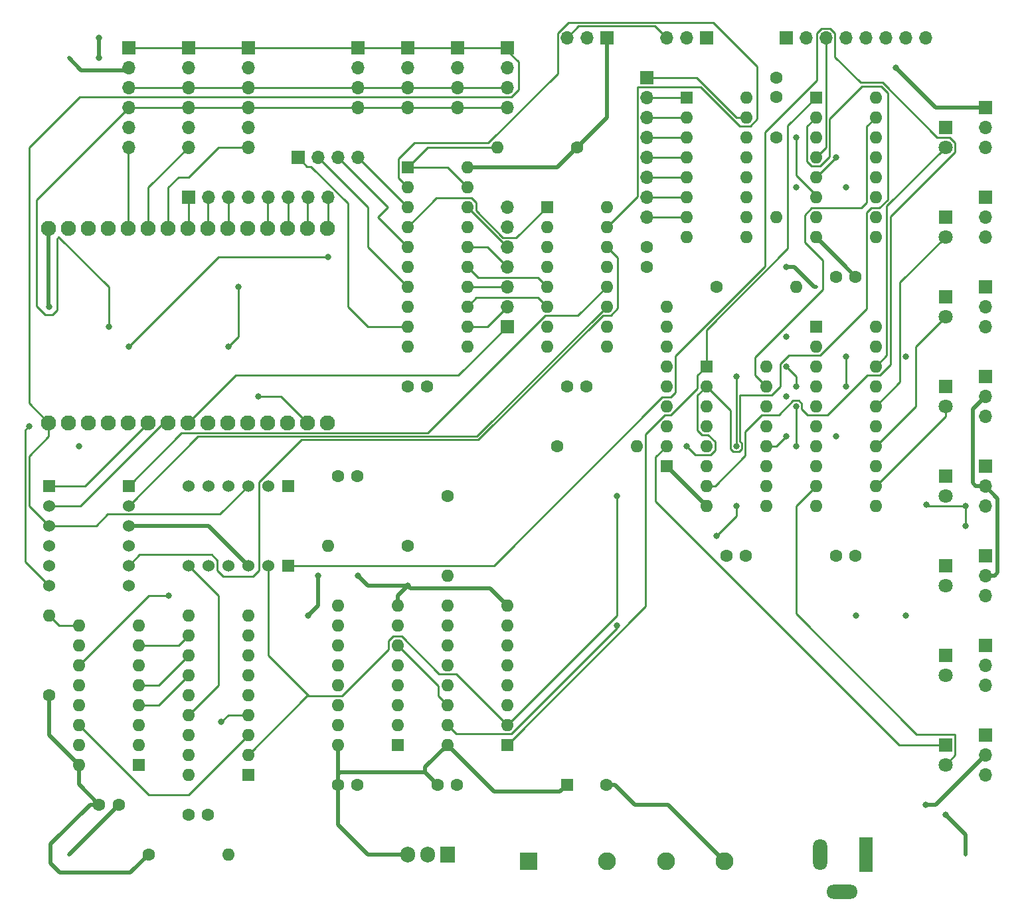
<source format=gbr>
%TF.GenerationSoftware,KiCad,Pcbnew,5.1.12-84ad8e8a86~92~ubuntu20.04.1*%
%TF.CreationDate,2021-11-23T15:55:34+01:00*%
%TF.ProjectId,ESP32wShiftRegisters,45535033-3277-4536-9869-667452656769,rev?*%
%TF.SameCoordinates,Original*%
%TF.FileFunction,Copper,L1,Top*%
%TF.FilePolarity,Positive*%
%FSLAX46Y46*%
G04 Gerber Fmt 4.6, Leading zero omitted, Abs format (unit mm)*
G04 Created by KiCad (PCBNEW 5.1.12-84ad8e8a86~92~ubuntu20.04.1) date 2021-11-23 15:55:34*
%MOMM*%
%LPD*%
G01*
G04 APERTURE LIST*
%TA.AperFunction,ComponentPad*%
%ADD10R,1.800000X4.400000*%
%TD*%
%TA.AperFunction,ComponentPad*%
%ADD11O,1.800000X4.000000*%
%TD*%
%TA.AperFunction,ComponentPad*%
%ADD12O,4.000000X1.800000*%
%TD*%
%TA.AperFunction,ComponentPad*%
%ADD13O,1.600000X1.600000*%
%TD*%
%TA.AperFunction,ComponentPad*%
%ADD14R,1.600000X1.600000*%
%TD*%
%TA.AperFunction,ComponentPad*%
%ADD15C,1.800000*%
%TD*%
%TA.AperFunction,ComponentPad*%
%ADD16R,1.800000X1.800000*%
%TD*%
%TA.AperFunction,ComponentPad*%
%ADD17O,1.905000X2.000000*%
%TD*%
%TA.AperFunction,ComponentPad*%
%ADD18R,1.905000X2.000000*%
%TD*%
%TA.AperFunction,ComponentPad*%
%ADD19C,1.524000*%
%TD*%
%TA.AperFunction,ComponentPad*%
%ADD20R,1.524000X1.524000*%
%TD*%
%TA.AperFunction,ComponentPad*%
%ADD21C,1.930400*%
%TD*%
%TA.AperFunction,ComponentPad*%
%ADD22C,1.600000*%
%TD*%
%TA.AperFunction,ComponentPad*%
%ADD23O,1.700000X1.700000*%
%TD*%
%TA.AperFunction,ComponentPad*%
%ADD24R,1.700000X1.700000*%
%TD*%
%TA.AperFunction,ComponentPad*%
%ADD25C,2.270000*%
%TD*%
%TA.AperFunction,ComponentPad*%
%ADD26R,2.270000X2.270000*%
%TD*%
%TA.AperFunction,ViaPad*%
%ADD27C,0.800000*%
%TD*%
%TA.AperFunction,Conductor*%
%ADD28C,0.500000*%
%TD*%
%TA.AperFunction,Conductor*%
%ADD29C,0.250000*%
%TD*%
G04 APERTURE END LIST*
D10*
%TO.P,J23,1*%
%TO.N,Net-(D9-Pad3)*%
X120650000Y-121920000D03*
D11*
%TO.P,J23,2*%
%TO.N,Net-(D9-Pad2)*%
X114850000Y-121920000D03*
D12*
%TO.P,J23,3*%
%TO.N,N/C*%
X117650000Y-126720000D03*
%TD*%
D13*
%TO.P,RN1,9*%
%TO.N,Net-(D1-Pad1)*%
X95250000Y-52070000D03*
%TO.P,RN1,8*%
%TO.N,Net-(D2-Pad1)*%
X95250000Y-54610000D03*
%TO.P,RN1,7*%
%TO.N,Net-(D3-Pad1)*%
X95250000Y-57150000D03*
%TO.P,RN1,6*%
%TO.N,Net-(D4-Pad1)*%
X95250000Y-59690000D03*
%TO.P,RN1,5*%
%TO.N,Net-(D5-Pad1)*%
X95250000Y-62230000D03*
%TO.P,RN1,4*%
%TO.N,Net-(D6-Pad1)*%
X95250000Y-64770000D03*
%TO.P,RN1,3*%
%TO.N,Net-(D7-Pad1)*%
X95250000Y-67310000D03*
%TO.P,RN1,2*%
%TO.N,Net-(D8-Pad1)*%
X95250000Y-69850000D03*
D14*
%TO.P,RN1,1*%
%TO.N,GND*%
X95250000Y-72390000D03*
%TD*%
D15*
%TO.P,D8,2*%
%TO.N,OUT_LED8*%
X130810000Y-110490000D03*
D16*
%TO.P,D8,1*%
%TO.N,Net-(D8-Pad1)*%
X130810000Y-107950000D03*
%TD*%
D15*
%TO.P,D7,2*%
%TO.N,OUT_LED7*%
X130810000Y-99060000D03*
D16*
%TO.P,D7,1*%
%TO.N,Net-(D7-Pad1)*%
X130810000Y-96520000D03*
%TD*%
D15*
%TO.P,D6,2*%
%TO.N,OUT_LED6*%
X130810000Y-87630000D03*
D16*
%TO.P,D6,1*%
%TO.N,Net-(D6-Pad1)*%
X130810000Y-85090000D03*
%TD*%
D15*
%TO.P,D5,2*%
%TO.N,OUT_LED5*%
X130810000Y-76200000D03*
D16*
%TO.P,D5,1*%
%TO.N,Net-(D5-Pad1)*%
X130810000Y-73660000D03*
%TD*%
D15*
%TO.P,D4,2*%
%TO.N,OUT_LED4*%
X130810000Y-64770000D03*
D16*
%TO.P,D4,1*%
%TO.N,Net-(D4-Pad1)*%
X130810000Y-62230000D03*
%TD*%
D15*
%TO.P,D3,2*%
%TO.N,OUT_LED3*%
X130810000Y-53340000D03*
D16*
%TO.P,D3,1*%
%TO.N,Net-(D3-Pad1)*%
X130810000Y-50800000D03*
%TD*%
D15*
%TO.P,D2,2*%
%TO.N,OUT_LED2*%
X130810000Y-43180000D03*
D16*
%TO.P,D2,1*%
%TO.N,Net-(D2-Pad1)*%
X130810000Y-40640000D03*
%TD*%
D15*
%TO.P,D1,2*%
%TO.N,OUT_LED1*%
X130810000Y-31750000D03*
D16*
%TO.P,D1,1*%
%TO.N,Net-(D1-Pad1)*%
X130810000Y-29210000D03*
%TD*%
D17*
%TO.P,U14,3*%
%TO.N,5V*%
X62230000Y-121920000D03*
%TO.P,U14,2*%
%TO.N,GND*%
X64770000Y-121920000D03*
D18*
%TO.P,U14,1*%
%TO.N,Net-(D9-Pad1)*%
X67310000Y-121920000D03*
%TD*%
D13*
%TO.P,U13,16*%
%TO.N,5V*%
X67310000Y-107950000D03*
%TO.P,U13,8*%
%TO.N,GND*%
X74930000Y-90170000D03*
%TO.P,U13,15*%
%TO.N,P2S_CE*%
X67310000Y-105410000D03*
%TO.P,U13,7*%
%TO.N,P2S_CASC1*%
X74930000Y-92710000D03*
%TO.P,U13,14*%
%TO.N,Net-(U13-Pad14)*%
X67310000Y-102870000D03*
%TO.P,U13,6*%
%TO.N,Net-(U13-Pad6)*%
X74930000Y-95250000D03*
%TO.P,U13,13*%
%TO.N,Net-(U13-Pad13)*%
X67310000Y-100330000D03*
%TO.P,U13,5*%
%TO.N,Net-(U13-Pad5)*%
X74930000Y-97790000D03*
%TO.P,U13,12*%
%TO.N,Net-(U13-Pad12)*%
X67310000Y-97790000D03*
%TO.P,U13,4*%
%TO.N,Net-(U13-Pad4)*%
X74930000Y-100330000D03*
%TO.P,U13,11*%
%TO.N,Net-(U13-Pad11)*%
X67310000Y-95250000D03*
%TO.P,U13,3*%
%TO.N,Net-(U13-Pad3)*%
X74930000Y-102870000D03*
%TO.P,U13,10*%
%TO.N,P2S_CASC2*%
X67310000Y-92710000D03*
%TO.P,U13,2*%
%TO.N,P2S_SCK*%
X74930000Y-105410000D03*
%TO.P,U13,9*%
%TO.N,N/C*%
X67310000Y-90170000D03*
D14*
%TO.P,U13,1*%
%TO.N,P2S_SHLD*%
X74930000Y-107950000D03*
%TD*%
D13*
%TO.P,U12,18*%
%TO.N,N/C*%
X34290000Y-111760000D03*
%TO.P,U12,9*%
X41910000Y-91440000D03*
%TO.P,U12,17*%
X34290000Y-109220000D03*
%TO.P,U12,8*%
%TO.N,GND*%
X41910000Y-93980000D03*
%TO.P,U12,16*%
%TO.N,5V*%
X34290000Y-106680000D03*
%TO.P,U12,7*%
%TO.N,P2S_CASC2*%
X41910000Y-96520000D03*
%TO.P,U12,15*%
%TO.N,P2S_CE*%
X34290000Y-104140000D03*
%TO.P,U12,6*%
%TO.N,Net-(U10-Pad1)*%
X41910000Y-99060000D03*
%TO.P,U12,14*%
%TO.N,Net-(U10-Pad6)*%
X34290000Y-101600000D03*
%TO.P,U12,5*%
%TO.N,Net-(U10-Pad15)*%
X41910000Y-101600000D03*
%TO.P,U12,13*%
%TO.N,Net-(U10-Pad4)*%
X34290000Y-99060000D03*
%TO.P,U12,4*%
%TO.N,Net-(U10-Pad13)*%
X41910000Y-104140000D03*
%TO.P,U12,12*%
%TO.N,Net-(U10-Pad5)*%
X34290000Y-96520000D03*
%TO.P,U12,3*%
%TO.N,Net-(U10-Pad14)*%
X41910000Y-106680000D03*
%TO.P,U12,11*%
%TO.N,Net-(U10-Pad7)*%
X34290000Y-93980000D03*
%TO.P,U12,2*%
%TO.N,P2S_SCK*%
X41910000Y-109220000D03*
%TO.P,U12,10*%
%TO.N,P2S_CASC3*%
X34290000Y-91440000D03*
D14*
%TO.P,U12,1*%
%TO.N,P2S_SHLD*%
X41910000Y-111760000D03*
%TD*%
D13*
%TO.P,U11,16*%
%TO.N,5V*%
X121920000Y-25400000D03*
%TO.P,U11,8*%
%TO.N,GND*%
X114300000Y-43180000D03*
%TO.P,U11,15*%
%TO.N,P2S_CE*%
X121920000Y-27940000D03*
%TO.P,U11,7*%
%TO.N,P2S_CASC3*%
X114300000Y-40640000D03*
%TO.P,U11,14*%
%TO.N,Net-(J3-Pad5)*%
X121920000Y-30480000D03*
%TO.P,U11,6*%
%TO.N,Net-(J3-Pad1)*%
X114300000Y-38100000D03*
%TO.P,U11,13*%
%TO.N,Net-(J3-Pad6)*%
X121920000Y-33020000D03*
%TO.P,U11,5*%
%TO.N,Net-(J3-Pad2)*%
X114300000Y-35560000D03*
%TO.P,U11,12*%
%TO.N,Net-(J3-Pad7)*%
X121920000Y-35560000D03*
%TO.P,U11,4*%
%TO.N,Net-(J3-Pad3)*%
X114300000Y-33020000D03*
%TO.P,U11,11*%
%TO.N,Net-(J3-Pad8)*%
X121920000Y-38100000D03*
%TO.P,U11,3*%
%TO.N,Net-(J3-Pad4)*%
X114300000Y-30480000D03*
%TO.P,U11,10*%
%TO.N,N/C*%
X121920000Y-40640000D03*
%TO.P,U11,2*%
%TO.N,P2S_SCK*%
X114300000Y-27940000D03*
%TO.P,U11,9*%
%TO.N,N/C*%
X121920000Y-43180000D03*
D14*
%TO.P,U11,1*%
%TO.N,P2S_SHLD*%
X114300000Y-25400000D03*
%TD*%
D13*
%TO.P,U10,16*%
%TO.N,5V*%
X20320000Y-110490000D03*
%TO.P,U10,8*%
%TO.N,GND*%
X27940000Y-92710000D03*
%TO.P,U10,15*%
%TO.N,Net-(U10-Pad15)*%
X20320000Y-107950000D03*
%TO.P,U10,7*%
%TO.N,Net-(U10-Pad7)*%
X27940000Y-95250000D03*
%TO.P,U10,14*%
%TO.N,Net-(U10-Pad14)*%
X20320000Y-105410000D03*
%TO.P,U10,6*%
%TO.N,Net-(U10-Pad6)*%
X27940000Y-97790000D03*
%TO.P,U10,13*%
%TO.N,Net-(U10-Pad13)*%
X20320000Y-102870000D03*
%TO.P,U10,5*%
%TO.N,Net-(U10-Pad5)*%
X27940000Y-100330000D03*
%TO.P,U10,12*%
%TO.N,CNT_RESET*%
X20320000Y-100330000D03*
%TO.P,U10,4*%
%TO.N,Net-(U10-Pad4)*%
X27940000Y-102870000D03*
%TO.P,U10,11*%
%TO.N,Net-(R7-Pad2)*%
X20320000Y-97790000D03*
%TO.P,U10,3*%
%TO.N,N/C*%
X27940000Y-105410000D03*
%TO.P,U10,10*%
X20320000Y-95250000D03*
%TO.P,U10,2*%
X27940000Y-107950000D03*
%TO.P,U10,9*%
%TO.N,Net-(R5-Pad2)*%
X20320000Y-92710000D03*
D14*
%TO.P,U10,1*%
%TO.N,Net-(U10-Pad1)*%
X27940000Y-110490000D03*
%TD*%
D13*
%TO.P,U9,16*%
%TO.N,5V*%
X53340000Y-107950000D03*
%TO.P,U9,8*%
%TO.N,GND*%
X60960000Y-90170000D03*
%TO.P,U9,15*%
%TO.N,Net-(U13-Pad5)*%
X53340000Y-105410000D03*
%TO.P,U9,7*%
%TO.N,Net-(U13-Pad11)*%
X60960000Y-92710000D03*
%TO.P,U9,14*%
%TO.N,Net-(U13-Pad3)*%
X53340000Y-102870000D03*
%TO.P,U9,6*%
%TO.N,Net-(U13-Pad14)*%
X60960000Y-95250000D03*
%TO.P,U9,13*%
%TO.N,Net-(U13-Pad4)*%
X53340000Y-100330000D03*
%TO.P,U9,5*%
%TO.N,Net-(U13-Pad12)*%
X60960000Y-97790000D03*
%TO.P,U9,12*%
%TO.N,CNT_RESET*%
X53340000Y-97790000D03*
%TO.P,U9,4*%
%TO.N,Net-(U13-Pad13)*%
X60960000Y-100330000D03*
%TO.P,U9,11*%
%TO.N,Net-(R8-Pad2)*%
X53340000Y-95250000D03*
%TO.P,U9,3*%
%TO.N,N/C*%
X60960000Y-102870000D03*
%TO.P,U9,10*%
X53340000Y-92710000D03*
%TO.P,U9,2*%
X60960000Y-105410000D03*
%TO.P,U9,9*%
%TO.N,Net-(R6-Pad2)*%
X53340000Y-90170000D03*
D14*
%TO.P,U9,1*%
%TO.N,Net-(U13-Pad6)*%
X60960000Y-107950000D03*
%TD*%
D13*
%TO.P,U8,16*%
%TO.N,5V*%
X107950000Y-59690000D03*
%TO.P,U8,8*%
%TO.N,GND*%
X100330000Y-77470000D03*
%TO.P,U8,15*%
%TO.N,P2S_CE*%
X107950000Y-62230000D03*
%TO.P,U8,7*%
%TO.N,P2S_SDA*%
X100330000Y-74930000D03*
%TO.P,U8,14*%
%TO.N,D3*%
X107950000Y-64770000D03*
%TO.P,U8,6*%
%TO.N,D7*%
X100330000Y-72390000D03*
%TO.P,U8,13*%
%TO.N,D2*%
X107950000Y-67310000D03*
%TO.P,U8,5*%
%TO.N,D6*%
X100330000Y-69850000D03*
%TO.P,U8,12*%
%TO.N,D1*%
X107950000Y-69850000D03*
%TO.P,U8,4*%
%TO.N,D5*%
X100330000Y-67310000D03*
%TO.P,U8,11*%
%TO.N,D0*%
X107950000Y-72390000D03*
%TO.P,U8,3*%
%TO.N,D4*%
X100330000Y-64770000D03*
%TO.P,U8,10*%
%TO.N,P2S_CASC1*%
X107950000Y-74930000D03*
%TO.P,U8,2*%
%TO.N,P2S_SCK*%
X100330000Y-62230000D03*
%TO.P,U8,9*%
%TO.N,N/C*%
X107950000Y-77470000D03*
D14*
%TO.P,U8,1*%
%TO.N,P2S_SHLD*%
X100330000Y-59690000D03*
%TD*%
D19*
%TO.P,U7,HV4*%
%TO.N,CNT_RESET*%
X26670000Y-87630000D03*
%TO.P,U7,HV3*%
%TO.N,S2P_SDA*%
X26670000Y-85090000D03*
%TO.P,U7,GND_1*%
%TO.N,GND*%
X26670000Y-82550000D03*
%TO.P,U7,HV*%
%TO.N,5V*%
X26670000Y-80010000D03*
%TO.P,U7,HV2*%
%TO.N,S2P_SCL*%
X26670000Y-77470000D03*
D20*
%TO.P,U7,HV1*%
%TO.N,S2P_LATCH*%
X26670000Y-74930000D03*
D19*
%TO.P,U7,LV4*%
%TO.N,3VCNT_RESET*%
X16510000Y-87630000D03*
%TO.P,U7,LV3*%
%TO.N,3VS2P_SDA*%
X16510000Y-85090000D03*
%TO.P,U7,GND_2*%
%TO.N,GND*%
X16510000Y-82550000D03*
%TO.P,U7,LV*%
%TO.N,+3V*%
X16510000Y-80010000D03*
%TO.P,U7,LV2*%
%TO.N,3VS2P_SCL*%
X16510000Y-77470000D03*
D20*
%TO.P,U7,LV1*%
%TO.N,3VS2P_LATCH*%
X16510000Y-74930000D03*
%TD*%
D19*
%TO.P,U6,HV4*%
%TO.N,P2S_CE*%
X34290000Y-85090000D03*
%TO.P,U6,HV3*%
%TO.N,P2S_SHLD*%
X36830000Y-85090000D03*
%TO.P,U6,GND_1*%
%TO.N,GND*%
X39370000Y-85090000D03*
%TO.P,U6,HV*%
%TO.N,5V*%
X41910000Y-85090000D03*
%TO.P,U6,HV2*%
%TO.N,P2S_SCK*%
X44450000Y-85090000D03*
D20*
%TO.P,U6,HV1*%
%TO.N,P2S_SDA*%
X46990000Y-85090000D03*
D19*
%TO.P,U6,LV4*%
%TO.N,3VP2S_CE*%
X34290000Y-74930000D03*
%TO.P,U6,LV3*%
%TO.N,3VP2S_SHLD*%
X36830000Y-74930000D03*
%TO.P,U6,GND_2*%
%TO.N,GND*%
X39370000Y-74930000D03*
%TO.P,U6,LV*%
%TO.N,+3V*%
X41910000Y-74930000D03*
%TO.P,U6,LV2*%
%TO.N,3VP2S_SCK*%
X44450000Y-74930000D03*
D20*
%TO.P,U6,LV1*%
%TO.N,3VP2S_SDA*%
X46990000Y-74930000D03*
%TD*%
D21*
%TO.P,U5,16*%
%TO.N,EN*%
X52060000Y-42110000D03*
%TO.P,U5,17*%
%TO.N,VP*%
X49520000Y-42110000D03*
%TO.P,U5,18*%
%TO.N,VN*%
X46980000Y-42110000D03*
%TO.P,U5,19*%
%TO.N,IO34*%
X44440000Y-42110000D03*
%TO.P,U5,20*%
%TO.N,IO35*%
X41900000Y-42110000D03*
%TO.P,U5,21*%
%TO.N,IO32*%
X39360000Y-42110000D03*
%TO.P,U5,22*%
%TO.N,IO33*%
X36820000Y-42110000D03*
%TO.P,U5,23*%
%TO.N,IO25*%
X34280000Y-42110000D03*
%TO.P,U5,24*%
%TO.N,XSHUT3*%
X31740000Y-42110000D03*
%TO.P,U5,25*%
%TO.N,XSHUT2*%
X29200000Y-42110000D03*
%TO.P,U5,26*%
%TO.N,XSHUT1*%
X26660000Y-42110000D03*
%TO.P,U5,27*%
%TO.N,N/C*%
X24120000Y-42110000D03*
%TO.P,U5,28*%
%TO.N,3VCNT_RESET*%
X21580000Y-42110000D03*
%TO.P,U5,29*%
%TO.N,GND*%
X19040000Y-42110000D03*
%TO.P,U5,30*%
%TO.N,5V*%
X16500000Y-42110000D03*
%TO.P,U5,15*%
%TO.N,3VP2S_SDA*%
X52060000Y-66880000D03*
%TO.P,U5,14*%
%TO.N,I2C_SCL*%
X49520000Y-66880000D03*
%TO.P,U5,13*%
%TO.N,N/C*%
X46980000Y-66880000D03*
%TO.P,U5,12*%
%TO.N,3VP2S_SCK*%
X44440000Y-66880000D03*
%TO.P,U5,11*%
%TO.N,I2C_SDA*%
X41900000Y-66880000D03*
%TO.P,U5,10*%
%TO.N,3VP2S_SHLD*%
X39360000Y-66880000D03*
%TO.P,U5,9*%
%TO.N,3VP2S_CE*%
X36820000Y-66880000D03*
%TO.P,U5,8*%
%TO.N,M_PWMB*%
X34280000Y-66880000D03*
%TO.P,U5,7*%
%TO.N,3VS2P_SCL*%
X31740000Y-66880000D03*
%TO.P,U5,6*%
%TO.N,3VS2P_LATCH*%
X29200000Y-66880000D03*
%TO.P,U5,5*%
%TO.N,3VS2P_SDA*%
X26660000Y-66880000D03*
%TO.P,U5,4*%
%TO.N,N/C*%
X24120000Y-66880000D03*
%TO.P,U5,3*%
%TO.N,M_PWMA*%
X21580000Y-66880000D03*
%TO.P,U5,2*%
%TO.N,GND*%
X19040000Y-66880000D03*
%TO.P,U5,1*%
%TO.N,+3V*%
X16500000Y-66880000D03*
%TD*%
D13*
%TO.P,U4,20*%
%TO.N,5V*%
X69850000Y-34290000D03*
%TO.P,U4,10*%
%TO.N,GND*%
X62230000Y-57150000D03*
%TO.P,U4,19*%
%TO.N,Net-(R4-Pad2)*%
X69850000Y-36830000D03*
%TO.P,U4,9*%
%TO.N,Net-(J2-Pad1)*%
X62230000Y-54610000D03*
%TO.P,U4,18*%
%TO.N,IN1*%
X69850000Y-39370000D03*
%TO.P,U4,8*%
%TO.N,595_OUT3*%
X62230000Y-52070000D03*
%TO.P,U4,17*%
%TO.N,595_OUT4*%
X69850000Y-41910000D03*
%TO.P,U4,7*%
%TO.N,Net-(J2-Pad2)*%
X62230000Y-49530000D03*
%TO.P,U4,16*%
%TO.N,IN2*%
X69850000Y-44450000D03*
%TO.P,U4,6*%
%TO.N,595_OUT2*%
X62230000Y-46990000D03*
%TO.P,U4,15*%
%TO.N,595_OUT5*%
X69850000Y-46990000D03*
%TO.P,U4,5*%
%TO.N,Net-(J2-Pad3)*%
X62230000Y-44450000D03*
%TO.P,U4,14*%
%TO.N,IN3*%
X69850000Y-49530000D03*
%TO.P,U4,4*%
%TO.N,595_OUT1*%
X62230000Y-41910000D03*
%TO.P,U4,13*%
%TO.N,595_OUT6*%
X69850000Y-52070000D03*
%TO.P,U4,3*%
%TO.N,Net-(J2-Pad4)*%
X62230000Y-39370000D03*
%TO.P,U4,12*%
%TO.N,IN4*%
X69850000Y-54610000D03*
%TO.P,U4,2*%
%TO.N,595_OUT0*%
X62230000Y-36830000D03*
%TO.P,U4,11*%
%TO.N,595_OUT7*%
X69850000Y-57150000D03*
D14*
%TO.P,U4,1*%
%TO.N,Net-(R4-Pad2)*%
X62230000Y-34290000D03*
%TD*%
D13*
%TO.P,U3,20*%
%TO.N,5V*%
X121920000Y-54610000D03*
%TO.P,U3,10*%
%TO.N,GND*%
X114300000Y-77470000D03*
%TO.P,U3,19*%
%TO.N,Net-(R1-Pad2)*%
X121920000Y-57150000D03*
%TO.P,U3,9*%
%TO.N,OUT_LED8*%
X114300000Y-74930000D03*
%TO.P,U3,18*%
%TO.N,OUT_LED1*%
X121920000Y-59690000D03*
%TO.P,U3,8*%
%TO.N,D3*%
X114300000Y-72390000D03*
%TO.P,U3,17*%
%TO.N,D4*%
X121920000Y-62230000D03*
%TO.P,U3,7*%
%TO.N,OUT_LED7*%
X114300000Y-69850000D03*
%TO.P,U3,16*%
%TO.N,OUT_LED2*%
X121920000Y-64770000D03*
%TO.P,U3,6*%
%TO.N,D2*%
X114300000Y-67310000D03*
%TO.P,U3,15*%
%TO.N,D5*%
X121920000Y-67310000D03*
%TO.P,U3,5*%
%TO.N,OUT_LED6*%
X114300000Y-64770000D03*
%TO.P,U3,14*%
%TO.N,OUT_LED3*%
X121920000Y-69850000D03*
%TO.P,U3,4*%
%TO.N,D1*%
X114300000Y-62230000D03*
%TO.P,U3,13*%
%TO.N,D6*%
X121920000Y-72390000D03*
%TO.P,U3,3*%
%TO.N,OUT_LED5*%
X114300000Y-59690000D03*
%TO.P,U3,12*%
%TO.N,OUT_LED4*%
X121920000Y-74930000D03*
%TO.P,U3,2*%
%TO.N,D0*%
X114300000Y-57150000D03*
%TO.P,U3,11*%
%TO.N,D7*%
X121920000Y-77470000D03*
D14*
%TO.P,U3,1*%
%TO.N,Net-(R1-Pad2)*%
X114300000Y-54610000D03*
%TD*%
D13*
%TO.P,U2,16*%
%TO.N,5V*%
X87630000Y-39370000D03*
%TO.P,U2,8*%
%TO.N,GND*%
X80010000Y-57150000D03*
%TO.P,U2,15*%
%TO.N,595_OUT0*%
X87630000Y-41910000D03*
%TO.P,U2,7*%
%TO.N,595_OUT7*%
X80010000Y-54610000D03*
%TO.P,U2,14*%
%TO.N,S2P_SDA*%
X87630000Y-44450000D03*
%TO.P,U2,6*%
%TO.N,595_OUT6*%
X80010000Y-52070000D03*
%TO.P,U2,13*%
%TO.N,GND*%
X87630000Y-46990000D03*
%TO.P,U2,5*%
%TO.N,595_OUT5*%
X80010000Y-49530000D03*
%TO.P,U2,12*%
%TO.N,S2P_LATCH*%
X87630000Y-49530000D03*
%TO.P,U2,4*%
%TO.N,595_OUT4*%
X80010000Y-46990000D03*
%TO.P,U2,11*%
%TO.N,S2P_SCL*%
X87630000Y-52070000D03*
%TO.P,U2,3*%
%TO.N,595_OUT3*%
X80010000Y-44450000D03*
%TO.P,U2,10*%
%TO.N,Net-(R2-Pad2)*%
X87630000Y-54610000D03*
%TO.P,U2,2*%
%TO.N,595_OUT2*%
X80010000Y-41910000D03*
%TO.P,U2,9*%
%TO.N,Net-(U1-Pad14)*%
X87630000Y-57150000D03*
D14*
%TO.P,U2,1*%
%TO.N,595_OUT1*%
X80010000Y-39370000D03*
%TD*%
D13*
%TO.P,U1,16*%
%TO.N,5V*%
X105410000Y-25400000D03*
%TO.P,U1,8*%
%TO.N,GND*%
X97790000Y-43180000D03*
%TO.P,U1,15*%
%TO.N,Net-(J1-Pad1)*%
X105410000Y-27940000D03*
%TO.P,U1,7*%
%TO.N,Net-(J1-Pad8)*%
X97790000Y-40640000D03*
%TO.P,U1,14*%
%TO.N,Net-(U1-Pad14)*%
X105410000Y-30480000D03*
%TO.P,U1,6*%
%TO.N,Net-(J1-Pad7)*%
X97790000Y-38100000D03*
%TO.P,U1,13*%
%TO.N,GND*%
X105410000Y-33020000D03*
%TO.P,U1,5*%
%TO.N,Net-(J1-Pad6)*%
X97790000Y-35560000D03*
%TO.P,U1,12*%
%TO.N,S2P_LATCH*%
X105410000Y-35560000D03*
%TO.P,U1,4*%
%TO.N,Net-(J1-Pad5)*%
X97790000Y-33020000D03*
%TO.P,U1,11*%
%TO.N,S2P_SCL*%
X105410000Y-38100000D03*
%TO.P,U1,3*%
%TO.N,Net-(J1-Pad4)*%
X97790000Y-30480000D03*
%TO.P,U1,10*%
%TO.N,Net-(R3-Pad2)*%
X105410000Y-40640000D03*
%TO.P,U1,2*%
%TO.N,Net-(J1-Pad3)*%
X97790000Y-27940000D03*
%TO.P,U1,9*%
%TO.N,N/C*%
X105410000Y-43180000D03*
D14*
%TO.P,U1,1*%
%TO.N,Net-(J1-Pad2)*%
X97790000Y-25400000D03*
%TD*%
D13*
%TO.P,R8,2*%
%TO.N,Net-(R8-Pad2)*%
X67310000Y-86360000D03*
D22*
%TO.P,R8,1*%
%TO.N,CNT1_IN*%
X67310000Y-76200000D03*
%TD*%
D13*
%TO.P,R7,2*%
%TO.N,Net-(R7-Pad2)*%
X52070000Y-82550000D03*
D22*
%TO.P,R7,1*%
%TO.N,CNT1_IN*%
X62230000Y-82550000D03*
%TD*%
D13*
%TO.P,R6,2*%
%TO.N,Net-(R6-Pad2)*%
X39370000Y-121920000D03*
D22*
%TO.P,R6,1*%
%TO.N,5V*%
X29210000Y-121920000D03*
%TD*%
D13*
%TO.P,R5,2*%
%TO.N,Net-(R5-Pad2)*%
X16510000Y-91440000D03*
D22*
%TO.P,R5,1*%
%TO.N,5V*%
X16510000Y-101600000D03*
%TD*%
D13*
%TO.P,R4,2*%
%TO.N,Net-(R4-Pad2)*%
X73660000Y-31750000D03*
D22*
%TO.P,R4,1*%
%TO.N,5V*%
X83820000Y-31750000D03*
%TD*%
D13*
%TO.P,R3,2*%
%TO.N,Net-(R3-Pad2)*%
X109220000Y-40640000D03*
D22*
%TO.P,R3,1*%
%TO.N,5V*%
X109220000Y-30480000D03*
%TD*%
D13*
%TO.P,R2,2*%
%TO.N,Net-(R2-Pad2)*%
X91440000Y-69850000D03*
D22*
%TO.P,R2,1*%
%TO.N,5V*%
X81280000Y-69850000D03*
%TD*%
D13*
%TO.P,R1,2*%
%TO.N,Net-(R1-Pad2)*%
X111760000Y-49530000D03*
D22*
%TO.P,R1,1*%
%TO.N,5V*%
X101600000Y-49530000D03*
%TD*%
D23*
%TO.P,J22,3*%
%TO.N,CNT1_IN*%
X82550000Y-17780000D03*
%TO.P,J22,2*%
%TO.N,GND*%
X85090000Y-17780000D03*
D24*
%TO.P,J22,1*%
%TO.N,5V*%
X87630000Y-17780000D03*
%TD*%
D23*
%TO.P,J21,3*%
%TO.N,CNT1_IN*%
X95250000Y-17780000D03*
%TO.P,J21,2*%
%TO.N,GND*%
X97790000Y-17780000D03*
D24*
%TO.P,J21,1*%
%TO.N,5V*%
X100330000Y-17780000D03*
%TD*%
D23*
%TO.P,J20,3*%
%TO.N,D7*%
X135890000Y-111760000D03*
%TO.P,J20,2*%
%TO.N,GND*%
X135890000Y-109220000D03*
D24*
%TO.P,J20,1*%
%TO.N,5V*%
X135890000Y-106680000D03*
%TD*%
D23*
%TO.P,J19,4*%
%TO.N,I2C_SDA*%
X55880000Y-26670000D03*
%TO.P,J19,3*%
%TO.N,I2C_SCL*%
X55880000Y-24130000D03*
%TO.P,J19,2*%
%TO.N,GND*%
X55880000Y-21590000D03*
D24*
%TO.P,J19,1*%
%TO.N,+3V*%
X55880000Y-19050000D03*
%TD*%
D23*
%TO.P,J18,3*%
%TO.N,D6*%
X135890000Y-100330000D03*
%TO.P,J18,2*%
%TO.N,GND*%
X135890000Y-97790000D03*
D24*
%TO.P,J18,1*%
%TO.N,5V*%
X135890000Y-95250000D03*
%TD*%
D23*
%TO.P,J17,8*%
%TO.N,EN*%
X52070000Y-38100000D03*
%TO.P,J17,7*%
%TO.N,VP*%
X49530000Y-38100000D03*
%TO.P,J17,6*%
%TO.N,VN*%
X46990000Y-38100000D03*
%TO.P,J17,5*%
%TO.N,IO34*%
X44450000Y-38100000D03*
%TO.P,J17,4*%
%TO.N,IO35*%
X41910000Y-38100000D03*
%TO.P,J17,3*%
%TO.N,IO32*%
X39370000Y-38100000D03*
%TO.P,J17,2*%
%TO.N,IO33*%
X36830000Y-38100000D03*
D24*
%TO.P,J17,1*%
%TO.N,IO25*%
X34290000Y-38100000D03*
%TD*%
D23*
%TO.P,J16,6*%
%TO.N,XSHUT3*%
X41910000Y-31750000D03*
%TO.P,J16,5*%
%TO.N,N/C*%
X41910000Y-29210000D03*
%TO.P,J16,4*%
%TO.N,I2C_SDA*%
X41910000Y-26670000D03*
%TO.P,J16,3*%
%TO.N,I2C_SCL*%
X41910000Y-24130000D03*
%TO.P,J16,2*%
%TO.N,GND*%
X41910000Y-21590000D03*
D24*
%TO.P,J16,1*%
%TO.N,+3V*%
X41910000Y-19050000D03*
%TD*%
D23*
%TO.P,J15,7*%
%TO.N,GND*%
X74930000Y-39370000D03*
%TO.P,J15,6*%
%TO.N,M_PWMA*%
X74930000Y-41910000D03*
%TO.P,J15,5*%
%TO.N,IN1*%
X74930000Y-44450000D03*
%TO.P,J15,4*%
%TO.N,IN2*%
X74930000Y-46990000D03*
%TO.P,J15,3*%
%TO.N,IN3*%
X74930000Y-49530000D03*
%TO.P,J15,2*%
%TO.N,IN4*%
X74930000Y-52070000D03*
D24*
%TO.P,J15,1*%
%TO.N,M_PWMB*%
X74930000Y-54610000D03*
%TD*%
D23*
%TO.P,J14,4*%
%TO.N,I2C_SDA*%
X62230000Y-26670000D03*
%TO.P,J14,3*%
%TO.N,I2C_SCL*%
X62230000Y-24130000D03*
%TO.P,J14,2*%
%TO.N,GND*%
X62230000Y-21590000D03*
D24*
%TO.P,J14,1*%
%TO.N,+3V*%
X62230000Y-19050000D03*
%TD*%
D23*
%TO.P,J13,3*%
%TO.N,D5*%
X135890000Y-88900000D03*
%TO.P,J13,2*%
%TO.N,GND*%
X135890000Y-86360000D03*
D24*
%TO.P,J13,1*%
%TO.N,5V*%
X135890000Y-83820000D03*
%TD*%
D23*
%TO.P,J12,6*%
%TO.N,XSHUT2*%
X34290000Y-31750000D03*
%TO.P,J12,5*%
%TO.N,N/C*%
X34290000Y-29210000D03*
%TO.P,J12,4*%
%TO.N,I2C_SDA*%
X34290000Y-26670000D03*
%TO.P,J12,3*%
%TO.N,I2C_SCL*%
X34290000Y-24130000D03*
%TO.P,J12,2*%
%TO.N,GND*%
X34290000Y-21590000D03*
D24*
%TO.P,J12,1*%
%TO.N,+3V*%
X34290000Y-19050000D03*
%TD*%
D23*
%TO.P,J11,4*%
%TO.N,I2C_SDA*%
X74930000Y-26670000D03*
%TO.P,J11,3*%
%TO.N,I2C_SCL*%
X74930000Y-24130000D03*
%TO.P,J11,2*%
%TO.N,GND*%
X74930000Y-21590000D03*
D24*
%TO.P,J11,1*%
%TO.N,+3V*%
X74930000Y-19050000D03*
%TD*%
D23*
%TO.P,J10,3*%
%TO.N,D4*%
X135890000Y-77470000D03*
%TO.P,J10,2*%
%TO.N,GND*%
X135890000Y-74930000D03*
D24*
%TO.P,J10,1*%
%TO.N,5V*%
X135890000Y-72390000D03*
%TD*%
D23*
%TO.P,J9,3*%
%TO.N,D3*%
X135890000Y-66040000D03*
%TO.P,J9,2*%
%TO.N,GND*%
X135890000Y-63500000D03*
D24*
%TO.P,J9,1*%
%TO.N,5V*%
X135890000Y-60960000D03*
%TD*%
D23*
%TO.P,J8,6*%
%TO.N,XSHUT1*%
X26670000Y-31750000D03*
%TO.P,J8,5*%
%TO.N,N/C*%
X26670000Y-29210000D03*
%TO.P,J8,4*%
%TO.N,I2C_SDA*%
X26670000Y-26670000D03*
%TO.P,J8,3*%
%TO.N,I2C_SCL*%
X26670000Y-24130000D03*
%TO.P,J8,2*%
%TO.N,GND*%
X26670000Y-21590000D03*
D24*
%TO.P,J8,1*%
%TO.N,+3V*%
X26670000Y-19050000D03*
%TD*%
D23*
%TO.P,J7,4*%
%TO.N,I2C_SDA*%
X68580000Y-26670000D03*
%TO.P,J7,3*%
%TO.N,I2C_SCL*%
X68580000Y-24130000D03*
%TO.P,J7,2*%
%TO.N,GND*%
X68580000Y-21590000D03*
D24*
%TO.P,J7,1*%
%TO.N,+3V*%
X68580000Y-19050000D03*
%TD*%
D23*
%TO.P,J6,3*%
%TO.N,D2*%
X135890000Y-54610000D03*
%TO.P,J6,2*%
%TO.N,GND*%
X135890000Y-52070000D03*
D24*
%TO.P,J6,1*%
%TO.N,5V*%
X135890000Y-49530000D03*
%TD*%
D23*
%TO.P,J5,3*%
%TO.N,D1*%
X135890000Y-43180000D03*
%TO.P,J5,2*%
%TO.N,GND*%
X135890000Y-40640000D03*
D24*
%TO.P,J5,1*%
%TO.N,5V*%
X135890000Y-38100000D03*
%TD*%
D23*
%TO.P,J4,3*%
%TO.N,D0*%
X135890000Y-31750000D03*
%TO.P,J4,2*%
%TO.N,GND*%
X135890000Y-29210000D03*
D24*
%TO.P,J4,1*%
%TO.N,5V*%
X135890000Y-26670000D03*
%TD*%
D23*
%TO.P,J3,8*%
%TO.N,Net-(J3-Pad8)*%
X128270000Y-17780000D03*
%TO.P,J3,7*%
%TO.N,Net-(J3-Pad7)*%
X125730000Y-17780000D03*
%TO.P,J3,6*%
%TO.N,Net-(J3-Pad6)*%
X123190000Y-17780000D03*
%TO.P,J3,5*%
%TO.N,Net-(J3-Pad5)*%
X120650000Y-17780000D03*
%TO.P,J3,4*%
%TO.N,Net-(J3-Pad4)*%
X118110000Y-17780000D03*
%TO.P,J3,3*%
%TO.N,Net-(J3-Pad3)*%
X115570000Y-17780000D03*
%TO.P,J3,2*%
%TO.N,Net-(J3-Pad2)*%
X113030000Y-17780000D03*
D24*
%TO.P,J3,1*%
%TO.N,Net-(J3-Pad1)*%
X110490000Y-17780000D03*
%TD*%
D23*
%TO.P,J2,4*%
%TO.N,Net-(J2-Pad4)*%
X55880000Y-33020000D03*
%TO.P,J2,3*%
%TO.N,Net-(J2-Pad3)*%
X53340000Y-33020000D03*
%TO.P,J2,2*%
%TO.N,Net-(J2-Pad2)*%
X50800000Y-33020000D03*
D24*
%TO.P,J2,1*%
%TO.N,Net-(J2-Pad1)*%
X48260000Y-33020000D03*
%TD*%
D23*
%TO.P,J1,8*%
%TO.N,Net-(J1-Pad8)*%
X92710000Y-40640000D03*
%TO.P,J1,7*%
%TO.N,Net-(J1-Pad7)*%
X92710000Y-38100000D03*
%TO.P,J1,6*%
%TO.N,Net-(J1-Pad6)*%
X92710000Y-35560000D03*
%TO.P,J1,5*%
%TO.N,Net-(J1-Pad5)*%
X92710000Y-33020000D03*
%TO.P,J1,4*%
%TO.N,Net-(J1-Pad4)*%
X92710000Y-30480000D03*
%TO.P,J1,3*%
%TO.N,Net-(J1-Pad3)*%
X92710000Y-27940000D03*
%TO.P,J1,2*%
%TO.N,Net-(J1-Pad2)*%
X92710000Y-25400000D03*
D24*
%TO.P,J1,1*%
%TO.N,Net-(J1-Pad1)*%
X92710000Y-22860000D03*
%TD*%
D25*
%TO.P,D9,4*%
%TO.N,GND*%
X102670000Y-122770000D03*
%TO.P,D9,3*%
%TO.N,Net-(D9-Pad3)*%
X95170000Y-122770000D03*
%TO.P,D9,2*%
%TO.N,Net-(D9-Pad2)*%
X87670000Y-122770000D03*
D26*
%TO.P,D9,1*%
%TO.N,Net-(D9-Pad1)*%
X77670000Y-122770000D03*
%TD*%
D22*
%TO.P,C13,2*%
%TO.N,GND*%
X87550000Y-113030000D03*
D14*
%TO.P,C13,1*%
%TO.N,5V*%
X82550000Y-113030000D03*
%TD*%
D22*
%TO.P,C12,2*%
%TO.N,GND*%
X109220000Y-22860000D03*
%TO.P,C12,1*%
%TO.N,5V*%
X109220000Y-25360000D03*
%TD*%
%TO.P,C11,2*%
%TO.N,GND*%
X55840000Y-113030000D03*
%TO.P,C11,1*%
%TO.N,5V*%
X53340000Y-113030000D03*
%TD*%
%TO.P,C10,2*%
%TO.N,GND*%
X85050000Y-62230000D03*
%TO.P,C10,1*%
%TO.N,5V*%
X82550000Y-62230000D03*
%TD*%
%TO.P,C9,2*%
%TO.N,GND*%
X55840000Y-73660000D03*
%TO.P,C9,1*%
%TO.N,5V*%
X53340000Y-73660000D03*
%TD*%
%TO.P,C8,2*%
%TO.N,GND*%
X92710000Y-44490000D03*
%TO.P,C8,1*%
%TO.N,5V*%
X92710000Y-46990000D03*
%TD*%
%TO.P,C7,2*%
%TO.N,GND*%
X105370000Y-83820000D03*
%TO.P,C7,1*%
%TO.N,5V*%
X102870000Y-83820000D03*
%TD*%
%TO.P,C6,2*%
%TO.N,GND*%
X119340000Y-48260000D03*
%TO.P,C6,1*%
%TO.N,5V*%
X116840000Y-48260000D03*
%TD*%
%TO.P,C5,2*%
%TO.N,GND*%
X68540000Y-113030000D03*
%TO.P,C5,1*%
%TO.N,5V*%
X66040000Y-113030000D03*
%TD*%
%TO.P,C4,2*%
%TO.N,GND*%
X25400000Y-115570000D03*
%TO.P,C4,1*%
%TO.N,5V*%
X22900000Y-115570000D03*
%TD*%
%TO.P,C3,2*%
%TO.N,GND*%
X36790000Y-116840000D03*
%TO.P,C3,1*%
%TO.N,5V*%
X34290000Y-116840000D03*
%TD*%
%TO.P,C2,2*%
%TO.N,GND*%
X119340000Y-83820000D03*
%TO.P,C2,1*%
%TO.N,5V*%
X116840000Y-83820000D03*
%TD*%
%TO.P,C1,2*%
%TO.N,GND*%
X64730000Y-62230000D03*
%TO.P,C1,1*%
%TO.N,5V*%
X62230000Y-62230000D03*
%TD*%
D27*
%TO.N,GND*%
X130810000Y-116840000D03*
X128270000Y-115570000D03*
X22860000Y-20320000D03*
X22860000Y-17780000D03*
X62230000Y-87630000D03*
X55880000Y-86360000D03*
X50800000Y-86360000D03*
X49530000Y-91440000D03*
%TO.N,5V*%
X20320000Y-69850000D03*
X16510000Y-52070000D03*
X119380000Y-91440000D03*
X125730000Y-91440000D03*
X110490000Y-46990000D03*
X124460000Y-21590000D03*
X118110000Y-36830000D03*
X111760000Y-36830000D03*
%TO.N,Net-(J3-Pad2)*%
X116840000Y-33020000D03*
%TO.N,Net-(J3-Pad1)*%
X111760000Y-30480000D03*
%TO.N,D0*%
X104140000Y-60960000D03*
X104140000Y-69850000D03*
%TO.N,D1*%
X110490000Y-55880000D03*
X110490000Y-68580000D03*
X116840000Y-68580000D03*
%TO.N,D2*%
X125730000Y-58420000D03*
X118110000Y-62230000D03*
X118110000Y-58420000D03*
%TO.N,I2C_SDA*%
X24130000Y-54610000D03*
%TO.N,I2C_SCL*%
X43180000Y-63500000D03*
X39370000Y-57150000D03*
X40640000Y-49530000D03*
%TO.N,D3*%
X110490000Y-63500000D03*
%TO.N,D4*%
X133350000Y-77470000D03*
X128368499Y-77371501D03*
X133350000Y-80010000D03*
%TO.N,M_PWMA*%
X26670000Y-57150000D03*
X52070000Y-45720000D03*
%TO.N,Net-(R7-Pad2)*%
X31750000Y-88900000D03*
%TO.N,3VCNT_RESET*%
X13970000Y-67310000D03*
%TO.N,P2S_CE*%
X88900000Y-92710000D03*
X101600000Y-81280000D03*
X104140000Y-77470000D03*
X111760000Y-69850000D03*
X111760000Y-64770000D03*
X111760000Y-62230000D03*
X110490000Y-59690000D03*
%TO.N,P2S_SCK*%
X88900000Y-76200000D03*
X97790000Y-69850000D03*
%TO.N,Net-(U10-Pad13)*%
X38493366Y-105016635D03*
%TD*%
D28*
%TO.N,GND*%
X88681370Y-113030000D02*
X91221370Y-115570000D01*
X87550000Y-113030000D02*
X88681370Y-113030000D01*
X95470000Y-115570000D02*
X102670000Y-122770000D01*
X91221370Y-115570000D02*
X95470000Y-115570000D01*
X117789999Y-46669999D02*
X114300000Y-43180000D01*
X117789999Y-46709999D02*
X117789999Y-46669999D01*
X119340000Y-48260000D02*
X117789999Y-46709999D01*
X134687919Y-74930000D02*
X135890000Y-74930000D01*
X134289999Y-74532080D02*
X134687919Y-74930000D01*
X134289999Y-65100001D02*
X134289999Y-74532080D01*
X135890000Y-63500000D02*
X134289999Y-65100001D01*
X133350000Y-119380000D02*
X130810000Y-116840000D01*
X133350000Y-121920000D02*
X133350000Y-119380000D01*
X129540000Y-115570000D02*
X135890000Y-109220000D01*
X128270000Y-115570000D02*
X129540000Y-115570000D01*
X25400000Y-115570000D02*
X19050000Y-121920000D01*
X100330000Y-77470000D02*
X95250000Y-72390000D01*
X137490001Y-76530001D02*
X135890000Y-74930000D01*
X137490001Y-85962080D02*
X137490001Y-76530001D01*
X137092081Y-86360000D02*
X137490001Y-85962080D01*
X135890000Y-86360000D02*
X137092081Y-86360000D01*
X22860000Y-20320000D02*
X22860000Y-17780000D01*
X26340001Y-21919999D02*
X26670000Y-21590000D01*
X20649999Y-21919999D02*
X26340001Y-21919999D01*
X19050000Y-20320000D02*
X20649999Y-21919999D01*
X60960000Y-88900000D02*
X62230000Y-87630000D01*
X60960000Y-90170000D02*
X60960000Y-88900000D01*
X72789999Y-88029999D02*
X74930000Y-90170000D01*
X62629999Y-88029999D02*
X72789999Y-88029999D01*
X62230000Y-87630000D02*
X62629999Y-88029999D01*
X57150000Y-87630000D02*
X55880000Y-86360000D01*
X62230000Y-87630000D02*
X57150000Y-87630000D01*
X50800000Y-90170000D02*
X49530000Y-91440000D01*
X50800000Y-86360000D02*
X50800000Y-90170000D01*
%TO.N,5V*%
X87630000Y-27940000D02*
X83820000Y-31750000D01*
X87630000Y-17780000D02*
X87630000Y-27940000D01*
X81280000Y-34290000D02*
X69850000Y-34290000D01*
X83820000Y-31750000D02*
X81280000Y-34290000D01*
X36830000Y-80010000D02*
X41910000Y-85090000D01*
X26670000Y-80010000D02*
X36830000Y-80010000D01*
X62230000Y-121920000D02*
X57150000Y-121920000D01*
X53340000Y-118110000D02*
X53340000Y-113030000D01*
X57150000Y-121920000D02*
X53340000Y-118110000D01*
X53340000Y-107950000D02*
X53340000Y-111760000D01*
X64489999Y-111479999D02*
X66040000Y-113030000D01*
X53620001Y-111479999D02*
X64489999Y-111479999D01*
X53340000Y-111760000D02*
X53620001Y-111479999D01*
X64489999Y-110770001D02*
X64489999Y-111479999D01*
X67310000Y-107950000D02*
X64489999Y-110770001D01*
X16510000Y-106680000D02*
X20320000Y-110490000D01*
X16510000Y-101600000D02*
X16510000Y-106680000D01*
X20320000Y-112990000D02*
X22900000Y-115570000D01*
X20320000Y-110490000D02*
X20320000Y-112990000D01*
X16500000Y-52060000D02*
X16510000Y-52070000D01*
X16500000Y-42110000D02*
X16500000Y-52060000D01*
X82550000Y-113030000D02*
X81674990Y-113905010D01*
X73265010Y-113905010D02*
X67310000Y-107950000D01*
X81674990Y-113905010D02*
X73265010Y-113905010D01*
X114054002Y-49530000D02*
X114300001Y-49530000D01*
X111514002Y-46990000D02*
X114054002Y-49530000D01*
X110490000Y-46990000D02*
X111514002Y-46990000D01*
X129540000Y-26670000D02*
X124460000Y-21590000D01*
X135890000Y-26670000D02*
X129540000Y-26670000D01*
X21768630Y-115570000D02*
X22900000Y-115570000D01*
X26859999Y-124270001D02*
X17921999Y-124270001D01*
X17921999Y-124270001D02*
X16699999Y-123048001D01*
X16699999Y-123048001D02*
X16699999Y-120638631D01*
X29210000Y-121920000D02*
X26859999Y-124270001D01*
X16699999Y-120638631D02*
X21768630Y-115570000D01*
X53340000Y-113030000D02*
X53340000Y-111760000D01*
D29*
%TO.N,OUT_LED1*%
X123345001Y-39214999D02*
X130810000Y-31750000D01*
X123345001Y-58264999D02*
X123345001Y-39214999D01*
X121920000Y-59690000D02*
X123345001Y-58264999D01*
%TO.N,OUT_LED2*%
X121920000Y-64770000D02*
X125004999Y-61685001D01*
X125004999Y-61685001D02*
X125004999Y-48985001D01*
X125004999Y-48985001D02*
X130810000Y-43180000D01*
%TO.N,OUT_LED3*%
X121920000Y-69850000D02*
X127000000Y-64770000D01*
X127000000Y-57150000D02*
X130810000Y-53340000D01*
X127000000Y-64770000D02*
X127000000Y-57150000D01*
%TO.N,OUT_LED4*%
X130810000Y-66040000D02*
X121920000Y-74930000D01*
X130810000Y-64770000D02*
X130810000Y-66040000D01*
%TO.N,OUT_LED8*%
X127151997Y-106635001D02*
X111760000Y-91243004D01*
X130810000Y-110490000D02*
X132035001Y-109264999D01*
X132035001Y-109264999D02*
X132035001Y-106635001D01*
X132035001Y-106635001D02*
X127151997Y-106635001D01*
X111760000Y-77470000D02*
X114300000Y-74930000D01*
X111760000Y-91243004D02*
X111760000Y-77470000D01*
%TO.N,Net-(D8-Pad1)*%
X93824999Y-71275001D02*
X95250000Y-69850000D01*
X93824999Y-76884001D02*
X93824999Y-71275001D01*
X124890998Y-107950000D02*
X93824999Y-76884001D01*
X130810000Y-107950000D02*
X124890998Y-107950000D01*
%TO.N,Net-(J1-Pad8)*%
X92710000Y-40640000D02*
X97790000Y-40640000D01*
%TO.N,Net-(J1-Pad7)*%
X97790000Y-38100000D02*
X92710000Y-38100000D01*
%TO.N,Net-(J1-Pad6)*%
X92710000Y-35560000D02*
X97790000Y-35560000D01*
%TO.N,Net-(J1-Pad5)*%
X97790000Y-33020000D02*
X92710000Y-33020000D01*
%TO.N,Net-(J1-Pad4)*%
X92710000Y-30480000D02*
X97790000Y-30480000D01*
%TO.N,Net-(J1-Pad3)*%
X97790000Y-27940000D02*
X92710000Y-27940000D01*
%TO.N,Net-(J1-Pad2)*%
X92710000Y-25400000D02*
X97790000Y-25400000D01*
%TO.N,Net-(J1-Pad1)*%
X105410000Y-27940000D02*
X104140000Y-27940000D01*
X104140000Y-27940000D02*
X99060000Y-22860000D01*
X99060000Y-22860000D02*
X92710000Y-22860000D01*
%TO.N,Net-(J2-Pad4)*%
X55880000Y-33020000D02*
X62230000Y-39370000D01*
%TO.N,Net-(J2-Pad3)*%
X53340000Y-33020000D02*
X59690000Y-39370000D01*
X59690000Y-39370000D02*
X58420000Y-40640000D01*
X58420000Y-40640000D02*
X62230000Y-44450000D01*
%TO.N,Net-(J2-Pad2)*%
X57150000Y-44450000D02*
X62230000Y-49530000D01*
X57150000Y-39370000D02*
X57150000Y-44450000D01*
X50800000Y-33020000D02*
X57150000Y-39370000D01*
%TO.N,Net-(J2-Pad1)*%
X49435001Y-34195001D02*
X49904003Y-34195001D01*
X49904003Y-34195001D02*
X54610000Y-38900998D01*
X48260000Y-33020000D02*
X49435001Y-34195001D01*
X54610000Y-38900998D02*
X54610000Y-52070000D01*
X57150000Y-54610000D02*
X62230000Y-54610000D01*
X54610000Y-52070000D02*
X57150000Y-54610000D01*
%TO.N,Net-(J3-Pad3)*%
X115570000Y-31750000D02*
X114300000Y-33020000D01*
X115570000Y-17780000D02*
X115570000Y-31750000D01*
%TO.N,Net-(J3-Pad2)*%
X114300000Y-35560000D02*
X116840000Y-33020000D01*
%TO.N,Net-(J3-Pad1)*%
X111760000Y-35312998D02*
X111760000Y-30480000D01*
X114300000Y-38100000D02*
X114300000Y-37852998D01*
X114300000Y-37852998D02*
X111760000Y-35312998D01*
%TO.N,D0*%
X104140000Y-60960000D02*
X104140000Y-69850000D01*
%TO.N,D1*%
X109220000Y-69850000D02*
X110490000Y-68580000D01*
X107950000Y-69850000D02*
X109220000Y-69850000D01*
%TO.N,D2*%
X118110000Y-62230000D02*
X118110000Y-58420000D01*
%TO.N,I2C_SDA*%
X26670000Y-26670000D02*
X34290000Y-26670000D01*
X34290000Y-26670000D02*
X41910000Y-26670000D01*
X41910000Y-26670000D02*
X55880000Y-26670000D01*
X55880000Y-26670000D02*
X62230000Y-26670000D01*
X62230000Y-26670000D02*
X68580000Y-26670000D01*
X68580000Y-26670000D02*
X74930000Y-26670000D01*
X14909799Y-38430201D02*
X26670000Y-26670000D01*
X14909799Y-51986801D02*
X14909799Y-38430201D01*
X16017999Y-53095001D02*
X14909799Y-51986801D01*
X17002001Y-53095001D02*
X16017999Y-53095001D01*
X17535001Y-52562001D02*
X17002001Y-53095001D01*
X17535001Y-43428497D02*
X17535001Y-52562001D01*
X17770000Y-43193498D02*
X17535001Y-43428497D01*
X24130000Y-49553498D02*
X17770000Y-43193498D01*
X24130000Y-54610000D02*
X24130000Y-49553498D01*
%TO.N,I2C_SCL*%
X26670000Y-24130000D02*
X34290000Y-24130000D01*
X34290000Y-24130000D02*
X41910000Y-24130000D01*
X41910000Y-24130000D02*
X55880000Y-24130000D01*
X55880000Y-24130000D02*
X62230000Y-24130000D01*
X62230000Y-24130000D02*
X68580000Y-24130000D01*
X68580000Y-24130000D02*
X74930000Y-24130000D01*
X46140000Y-63500000D02*
X43180000Y-63500000D01*
X49520000Y-66880000D02*
X46140000Y-63500000D01*
X40640000Y-55880000D02*
X40640000Y-49530000D01*
X39370000Y-57150000D02*
X40640000Y-55880000D01*
%TO.N,+3V*%
X26670000Y-19050000D02*
X34290000Y-19050000D01*
X34290000Y-19050000D02*
X41910000Y-19050000D01*
X41910000Y-19050000D02*
X55880000Y-19050000D01*
X55880000Y-19050000D02*
X62230000Y-19050000D01*
X62230000Y-19050000D02*
X68580000Y-19050000D01*
X68580000Y-19050000D02*
X74930000Y-19050000D01*
X16500000Y-66880000D02*
X16500000Y-68590000D01*
X16500000Y-68590000D02*
X13970000Y-71120000D01*
X13970000Y-77470000D02*
X16510000Y-80010000D01*
X13970000Y-71120000D02*
X13970000Y-77470000D01*
X23974237Y-78557001D02*
X38282999Y-78557001D01*
X38282999Y-78557001D02*
X41910000Y-74930000D01*
X22521238Y-80010000D02*
X23974237Y-78557001D01*
X16510000Y-80010000D02*
X22521238Y-80010000D01*
X26670000Y-19050000D02*
X74573002Y-19050000D01*
X74573002Y-19050000D02*
X76405001Y-20881999D01*
X76405001Y-24394001D02*
X75494001Y-25305001D01*
X76405001Y-20881999D02*
X76405001Y-24394001D01*
X75494001Y-25305001D02*
X20414999Y-25305001D01*
X20414999Y-25305001D02*
X13970000Y-31750000D01*
X13970000Y-31750000D02*
X13970000Y-64350000D01*
X13970000Y-64350000D02*
X16500000Y-66880000D01*
%TO.N,XSHUT1*%
X26660000Y-31760000D02*
X26670000Y-31750000D01*
X26660000Y-42110000D02*
X26660000Y-31760000D01*
%TO.N,D4*%
X133350000Y-80010000D02*
X133350000Y-77470000D01*
X128466998Y-77470000D02*
X128368499Y-77371501D01*
X133350000Y-77470000D02*
X128466998Y-77470000D01*
%TO.N,XSHUT2*%
X29200000Y-42110000D02*
X29200000Y-36840000D01*
X29200000Y-36840000D02*
X34290000Y-31750000D01*
%TO.N,M_PWMA*%
X38100000Y-45720000D02*
X52070000Y-45720000D01*
X26670000Y-57150000D02*
X38100000Y-45720000D01*
%TO.N,IN1*%
X74930000Y-44450000D02*
X69850000Y-39370000D01*
%TO.N,IN2*%
X72390000Y-44450000D02*
X74930000Y-46990000D01*
X69850000Y-44450000D02*
X72390000Y-44450000D01*
%TO.N,IN3*%
X69850000Y-49530000D02*
X74930000Y-49530000D01*
%TO.N,IN4*%
X72390000Y-54610000D02*
X74930000Y-52070000D01*
X69850000Y-54610000D02*
X72390000Y-54610000D01*
%TO.N,M_PWMB*%
X68735001Y-60804999D02*
X74930000Y-54610000D01*
X40355001Y-60804999D02*
X68735001Y-60804999D01*
X34280000Y-66880000D02*
X40355001Y-60804999D01*
%TO.N,XSHUT3*%
X31740000Y-42110000D02*
X31740000Y-36840000D01*
X31740000Y-36840000D02*
X33020000Y-35560000D01*
X33020000Y-35560000D02*
X34290000Y-35560000D01*
X38100000Y-31750000D02*
X41910000Y-31750000D01*
X34290000Y-35560000D02*
X38100000Y-31750000D01*
%TO.N,EN*%
X52070000Y-42100000D02*
X52060000Y-42110000D01*
X52070000Y-38100000D02*
X52070000Y-42100000D01*
%TO.N,VP*%
X49520000Y-38110000D02*
X49530000Y-38100000D01*
X49520000Y-42110000D02*
X49520000Y-38110000D01*
%TO.N,VN*%
X46990000Y-42100000D02*
X46980000Y-42110000D01*
X46990000Y-38100000D02*
X46990000Y-42100000D01*
%TO.N,IO34*%
X44440000Y-38110000D02*
X44450000Y-38100000D01*
X44440000Y-42110000D02*
X44440000Y-38110000D01*
%TO.N,IO32*%
X39370000Y-42100000D02*
X39360000Y-42110000D01*
X39370000Y-38100000D02*
X39370000Y-42100000D01*
%TO.N,IO33*%
X36820000Y-38110000D02*
X36830000Y-38100000D01*
X36820000Y-42110000D02*
X36820000Y-38110000D01*
%TO.N,IO25*%
X34290000Y-42100000D02*
X34280000Y-42110000D01*
X34290000Y-38100000D02*
X34290000Y-42100000D01*
%TO.N,CNT1_IN*%
X93774999Y-16304999D02*
X95250000Y-17780000D01*
X84025001Y-16304999D02*
X93774999Y-16304999D01*
X82550000Y-17780000D02*
X84025001Y-16304999D01*
%TO.N,Net-(R4-Pad2)*%
X67310000Y-34290000D02*
X69850000Y-36830000D01*
X62230000Y-34290000D02*
X67310000Y-34290000D01*
X64770000Y-31750000D02*
X62230000Y-34290000D01*
X73660000Y-31750000D02*
X64770000Y-31750000D01*
%TO.N,Net-(R5-Pad2)*%
X17780000Y-92710000D02*
X16510000Y-91440000D01*
X20320000Y-92710000D02*
X17780000Y-92710000D01*
%TO.N,Net-(R7-Pad2)*%
X20320000Y-97790000D02*
X29210000Y-88900000D01*
X29210000Y-88900000D02*
X31750000Y-88900000D01*
%TO.N,S2P_LATCH*%
X83964999Y-53195001D02*
X87630000Y-49530000D01*
X79759997Y-53195001D02*
X83964999Y-53195001D01*
X64784797Y-68170201D02*
X79759997Y-53195001D01*
X33429799Y-68170201D02*
X64784797Y-68170201D01*
X26670000Y-74930000D02*
X33429799Y-68170201D01*
%TO.N,S2P_SCL*%
X71079790Y-68620210D02*
X87630000Y-52070000D01*
X35519790Y-68620210D02*
X71079790Y-68620210D01*
X26670000Y-77470000D02*
X35519790Y-68620210D01*
%TO.N,595_OUT0*%
X61104999Y-35704999D02*
X61104999Y-33229999D01*
X104628591Y-29065001D02*
X99598591Y-24035001D01*
X101229991Y-15854989D02*
X106835001Y-21459999D01*
X99598591Y-24035001D02*
X91599999Y-24035001D01*
X63124999Y-31209999D02*
X72534999Y-31209999D01*
X105950001Y-29065001D02*
X104628591Y-29065001D01*
X82736009Y-15854989D02*
X101229991Y-15854989D01*
X61104999Y-33229999D02*
X63124999Y-31209999D01*
X91534999Y-38005001D02*
X87630000Y-41910000D01*
X91599999Y-24035001D02*
X91534999Y-24100001D01*
X91534999Y-24100001D02*
X91534999Y-38005001D01*
X81374999Y-17215999D02*
X82736009Y-15854989D01*
X106835001Y-21459999D02*
X106835001Y-28180001D01*
X81374999Y-22369999D02*
X81374999Y-17215999D01*
X72534999Y-31209999D02*
X81374999Y-22369999D01*
X106835001Y-28180001D02*
X105950001Y-29065001D01*
X62230000Y-36830000D02*
X61104999Y-35704999D01*
%TO.N,S2P_SDA*%
X88170001Y-53195001D02*
X89055001Y-52310001D01*
X87141409Y-53195001D02*
X88170001Y-53195001D01*
X71266191Y-69070219D02*
X87141409Y-53195001D01*
X48701018Y-69070220D02*
X71266191Y-69070219D01*
X43297001Y-74474237D02*
X48701018Y-69070220D01*
X43297001Y-85755761D02*
X43297001Y-74474237D01*
X42575761Y-86477001D02*
X43297001Y-85755761D01*
X89055001Y-45875001D02*
X87630000Y-44450000D01*
X89055001Y-52310001D02*
X89055001Y-45875001D01*
X38704239Y-86477001D02*
X42575761Y-86477001D01*
X37982999Y-85755761D02*
X38704239Y-86477001D01*
X37982999Y-84424239D02*
X37982999Y-85755761D01*
X37261759Y-83702999D02*
X37982999Y-84424239D01*
X28057001Y-83702999D02*
X37261759Y-83702999D01*
X26670000Y-85090000D02*
X28057001Y-83702999D01*
%TO.N,595_OUT6*%
X78834999Y-50894999D02*
X80010000Y-52070000D01*
X71025001Y-50894999D02*
X78834999Y-50894999D01*
X69850000Y-52070000D02*
X71025001Y-50894999D01*
%TO.N,595_OUT5*%
X71214999Y-48354999D02*
X69850000Y-46990000D01*
X78834999Y-48354999D02*
X71214999Y-48354999D01*
X80010000Y-49530000D02*
X78834999Y-48354999D01*
%TO.N,595_OUT1*%
X70975001Y-39858591D02*
X70975001Y-38829999D01*
X74391409Y-43274999D02*
X70975001Y-39858591D01*
X80010000Y-39370000D02*
X76105001Y-43274999D01*
X76105001Y-43274999D02*
X74391409Y-43274999D01*
X70390001Y-38244999D02*
X65895001Y-38244999D01*
X70975001Y-38829999D02*
X70390001Y-38244999D01*
X65895001Y-38244999D02*
X62230000Y-41910000D01*
%TO.N,3VCNT_RESET*%
X13519991Y-67760009D02*
X13970000Y-67310000D01*
X13519991Y-84639991D02*
X13519991Y-67760009D01*
X16510000Y-87630000D02*
X13519991Y-84639991D01*
%TO.N,3VS2P_SCL*%
X31109498Y-66880000D02*
X31740000Y-66880000D01*
X20519498Y-77470000D02*
X31109498Y-66880000D01*
X16510000Y-77470000D02*
X20519498Y-77470000D01*
%TO.N,3VS2P_LATCH*%
X21150000Y-74930000D02*
X29200000Y-66880000D01*
X16510000Y-74930000D02*
X21150000Y-74930000D01*
%TO.N,P2S_CE*%
X34290000Y-104140000D02*
X38100000Y-100330000D01*
X38100000Y-88900000D02*
X34290000Y-85090000D01*
X38100000Y-100330000D02*
X38100000Y-88900000D01*
X88900000Y-93105002D02*
X88900000Y-92710000D01*
X75470001Y-106535001D02*
X88900000Y-93105002D01*
X68435001Y-106535001D02*
X75470001Y-106535001D01*
X67310000Y-105410000D02*
X68435001Y-106535001D01*
X104140000Y-78740000D02*
X104140000Y-77470000D01*
X101600000Y-81280000D02*
X104140000Y-78740000D01*
X111760000Y-69850000D02*
X111760000Y-64770000D01*
X111760000Y-60960000D02*
X110490000Y-59690000D01*
X115175011Y-46164013D02*
X112874999Y-43864001D01*
X112874999Y-43864001D02*
X112874999Y-40399999D01*
X107950000Y-62230000D02*
X106524999Y-60804999D01*
X113759999Y-39514999D02*
X120074003Y-39514999D01*
X112874999Y-40399999D02*
X113759999Y-39514999D01*
X115175011Y-49892441D02*
X115175011Y-46164013D01*
X120794999Y-38794003D02*
X120794999Y-29065001D01*
X120794999Y-29065001D02*
X121920000Y-27940000D01*
X106524999Y-58542453D02*
X115175011Y-49892441D01*
X120074003Y-39514999D02*
X120794999Y-38794003D01*
X111760000Y-62230000D02*
X111760000Y-60960000D01*
X106524999Y-60804999D02*
X106524999Y-58542453D01*
%TO.N,P2S_SHLD*%
X74930000Y-107950000D02*
X92565001Y-90314999D01*
X94999997Y-65895001D02*
X95790001Y-65895001D01*
X95790001Y-65895001D02*
X99204999Y-62480003D01*
X99204999Y-60815001D02*
X100330000Y-59690000D01*
X92565001Y-68329997D02*
X94999997Y-65895001D01*
X99204999Y-62480003D02*
X99204999Y-60815001D01*
X92565001Y-90314999D02*
X92565001Y-68329997D01*
X110734999Y-28965001D02*
X114300000Y-25400000D01*
X110734999Y-44635999D02*
X110734999Y-28965001D01*
X100330000Y-55040998D02*
X110734999Y-44635999D01*
X100330000Y-59690000D02*
X100330000Y-55040998D01*
%TO.N,P2S_SCK*%
X49385001Y-101744999D02*
X41910000Y-109220000D01*
X44450000Y-85090000D02*
X44450000Y-96520000D01*
X49674999Y-101744999D02*
X49385001Y-101744999D01*
X44450000Y-96520000D02*
X49674999Y-101744999D01*
X103414998Y-70198002D02*
X103791998Y-70575002D01*
X122604001Y-23974999D02*
X120171412Y-23974999D01*
X103414998Y-65314998D02*
X103414998Y-70198002D01*
X103791998Y-70575002D02*
X104488002Y-70575002D01*
X104865002Y-70198002D02*
X104865002Y-69501998D01*
X104865002Y-69501998D02*
X104590011Y-69227007D01*
X116020011Y-28126400D02*
X116020011Y-32964991D01*
X116020011Y-32964991D02*
X114840001Y-34145001D01*
X113174999Y-29065001D02*
X114300000Y-27940000D01*
X108679999Y-63355001D02*
X109764998Y-62270002D01*
X120794999Y-52320003D02*
X120794999Y-40099999D01*
X113759999Y-34145001D02*
X113174999Y-33560001D01*
X114840001Y-34145001D02*
X113759999Y-34145001D01*
X104590011Y-63355001D02*
X108679999Y-63355001D01*
X113174999Y-33560001D02*
X113174999Y-29065001D01*
X100330000Y-62230000D02*
X103414998Y-65314998D01*
X120171412Y-23974999D02*
X116020011Y-28126400D01*
X114840001Y-58275001D02*
X120794999Y-52320003D01*
X123495010Y-24866008D02*
X122604001Y-23974999D01*
X104488002Y-70575002D02*
X104865002Y-70198002D01*
X120794999Y-40099999D02*
X121379999Y-39514999D01*
X109764998Y-62270002D02*
X109764998Y-59341998D01*
X122408591Y-39514999D02*
X123495010Y-38428580D01*
X109764998Y-59341998D02*
X110831995Y-58275001D01*
X121379999Y-39514999D02*
X122408591Y-39514999D01*
X123495010Y-38428580D02*
X123495010Y-24866008D01*
X110831995Y-58275001D02*
X114840001Y-58275001D01*
X104590011Y-69227007D02*
X104590011Y-63355001D01*
X61500001Y-94124999D02*
X60419999Y-94124999D01*
X74930000Y-105410000D02*
X68435001Y-98915001D01*
X68435001Y-98915001D02*
X66290003Y-98915001D01*
X60419999Y-94124999D02*
X59834999Y-94709999D01*
X59834999Y-94709999D02*
X59834999Y-95790001D01*
X59834999Y-95790001D02*
X53880001Y-101744999D01*
X66290003Y-98915001D02*
X61500001Y-94124999D01*
X53880001Y-101744999D02*
X49674999Y-101744999D01*
X88900000Y-91440000D02*
X88900000Y-76200000D01*
X74930000Y-105410000D02*
X88900000Y-91440000D01*
X99204999Y-67850001D02*
X99204999Y-63355001D01*
X99789999Y-68435001D02*
X99204999Y-67850001D01*
X100580003Y-68435001D02*
X99789999Y-68435001D01*
X101455001Y-69309999D02*
X100580003Y-68435001D01*
X99204999Y-63355001D02*
X100330000Y-62230000D01*
X101455001Y-70390001D02*
X101455001Y-69309999D01*
X100870001Y-70975001D02*
X101455001Y-70390001D01*
X98915001Y-70975001D02*
X100870001Y-70975001D01*
X97790000Y-69850000D02*
X98915001Y-70975001D01*
%TO.N,P2S_SDA*%
X123795010Y-59479992D02*
X122460001Y-60815001D01*
X132035001Y-32338001D02*
X123795010Y-40577992D01*
X46990000Y-85090000D02*
X73264998Y-85090000D01*
X96375001Y-58359587D02*
X107794999Y-46939589D01*
X107794999Y-46939589D02*
X107794999Y-29795999D01*
X122460001Y-60815001D02*
X120882001Y-60815001D01*
X115802001Y-65895001D02*
X113262001Y-65895001D01*
X112485002Y-65118002D02*
X112485002Y-64421998D01*
X73264998Y-85090000D02*
X94709999Y-63644999D01*
X94709999Y-63644999D02*
X95790001Y-63644999D01*
X129790411Y-30524999D02*
X131398001Y-30524999D01*
X95790001Y-63644999D02*
X96375001Y-63059999D01*
X96375001Y-63059999D02*
X96375001Y-58359587D01*
X111411998Y-64044998D02*
X109561995Y-65895001D01*
X109561995Y-65895001D02*
X107409999Y-65895001D01*
X113262001Y-65895001D02*
X112485002Y-65118002D01*
X105315013Y-67989987D02*
X105315013Y-71076357D01*
X105315013Y-71076357D02*
X101461370Y-74930000D01*
X107409999Y-65895001D02*
X105315013Y-67989987D01*
X120882001Y-60815001D02*
X115802001Y-65895001D01*
X101461370Y-74930000D02*
X100330000Y-74930000D01*
X123795010Y-40577992D02*
X123795010Y-59479992D01*
X114394999Y-17215999D02*
X115005999Y-16604999D01*
X132035001Y-31161999D02*
X132035001Y-32338001D01*
X131398001Y-30524999D02*
X132035001Y-31161999D01*
X122790401Y-23524988D02*
X129790411Y-30524999D01*
X116745001Y-17215999D02*
X116745001Y-20284978D01*
X119985012Y-23524988D02*
X122790401Y-23524988D01*
X116745001Y-20284978D02*
X119985012Y-23524988D01*
X116134001Y-16604999D02*
X116745001Y-17215999D01*
X112485002Y-64421998D02*
X112108002Y-64044998D01*
X107794999Y-29795999D02*
X114394999Y-23195999D01*
X112108002Y-64044998D02*
X111411998Y-64044998D01*
X115005999Y-16604999D02*
X116134001Y-16604999D01*
X114394999Y-23195999D02*
X114394999Y-17215999D01*
%TO.N,Net-(U13-Pad14)*%
X66184999Y-100474999D02*
X60960000Y-95250000D01*
X66184999Y-101744999D02*
X66184999Y-100474999D01*
X67310000Y-102870000D02*
X66184999Y-101744999D01*
%TO.N,Net-(U10-Pad7)*%
X33020000Y-95250000D02*
X34290000Y-93980000D01*
X27940000Y-95250000D02*
X33020000Y-95250000D01*
%TO.N,Net-(U10-Pad14)*%
X41910000Y-106680000D02*
X34290000Y-114300000D01*
X29210000Y-114300000D02*
X20320000Y-105410000D01*
X34290000Y-114300000D02*
X29210000Y-114300000D01*
%TO.N,Net-(U10-Pad13)*%
X41910000Y-104140000D02*
X39370001Y-104140000D01*
X39370001Y-104140000D02*
X38493366Y-105016635D01*
%TO.N,Net-(U10-Pad5)*%
X30480000Y-100330000D02*
X34290000Y-96520000D01*
X27940000Y-100330000D02*
X30480000Y-100330000D01*
%TO.N,Net-(U10-Pad4)*%
X30480000Y-102870000D02*
X34290000Y-99060000D01*
X27940000Y-102870000D02*
X30480000Y-102870000D01*
%TD*%
M02*

</source>
